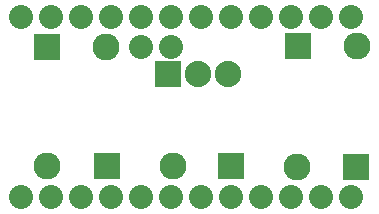
<source format=gts>
G04 MADE WITH FRITZING*
G04 WWW.FRITZING.ORG*
G04 DOUBLE SIDED*
G04 HOLES PLATED*
G04 CONTOUR ON CENTER OF CONTOUR VECTOR*
%ASAXBY*%
%FSLAX23Y23*%
%MOIN*%
%OFA0B0*%
%SFA1.0B1.0*%
%ADD10C,0.080000*%
%ADD11C,0.090000*%
%ADD12C,0.088000*%
%ADD13R,0.090000X0.090000*%
%ADD14R,0.088000X0.088000*%
%LNMASK1*%
G90*
G70*
G54D10*
X394Y653D03*
X594Y53D03*
X1194Y653D03*
X994Y53D03*
X194Y53D03*
X794Y653D03*
X1194Y53D03*
X794Y53D03*
X394Y53D03*
X594Y553D03*
X994Y653D03*
X594Y653D03*
X194Y653D03*
X1094Y53D03*
X894Y53D03*
X694Y53D03*
X494Y53D03*
X294Y53D03*
X94Y53D03*
X494Y553D03*
X1094Y653D03*
X894Y653D03*
X694Y653D03*
X494Y653D03*
X294Y653D03*
X94Y653D03*
G54D11*
X1017Y555D03*
X1214Y555D03*
X379Y157D03*
X182Y157D03*
X181Y551D03*
X378Y551D03*
X1210Y153D03*
X1013Y153D03*
G54D12*
X584Y462D03*
X684Y462D03*
X784Y462D03*
G54D11*
X795Y155D03*
X599Y155D03*
G54D13*
X1017Y555D03*
X379Y157D03*
X181Y551D03*
X1210Y153D03*
G54D14*
X584Y462D03*
G54D13*
X795Y155D03*
G04 End of Mask1*
M02*
</source>
